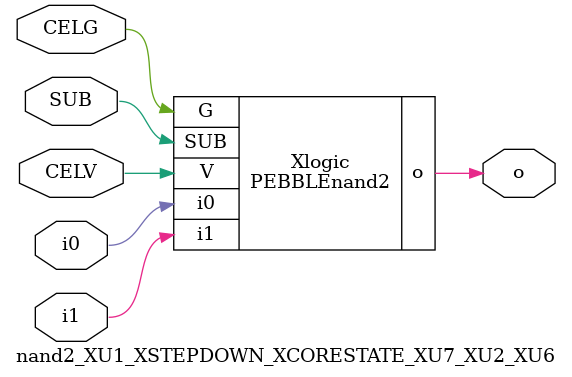
<source format=v>



module PEBBLEnand2 ( o, G, SUB, V, i0, i1 );

  input i0;
  input V;
  input i1;
  input G;
  output o;
  input SUB;
endmodule

//Celera Confidential Do Not Copy nand2_XU1_XSTEPDOWN_XCORESTATE_XU7_XU2_XU6
//Celera Confidential Symbol Generator
//5V NAND2
module nand2_XU1_XSTEPDOWN_XCORESTATE_XU7_XU2_XU6 (CELV,CELG,i0,i1,o,SUB);
input CELV;
input CELG;
input i0;
input i1;
input SUB;
output o;

//Celera Confidential Do Not Copy nand2
PEBBLEnand2 Xlogic(
.V (CELV),
.i0 (i0),
.i1 (i1),
.o (o),
.SUB (SUB),
.G (CELG)
);
//,diesize,PEBBLEnand2

//Celera Confidential Do Not Copy Module End
//Celera Schematic Generator
endmodule

</source>
